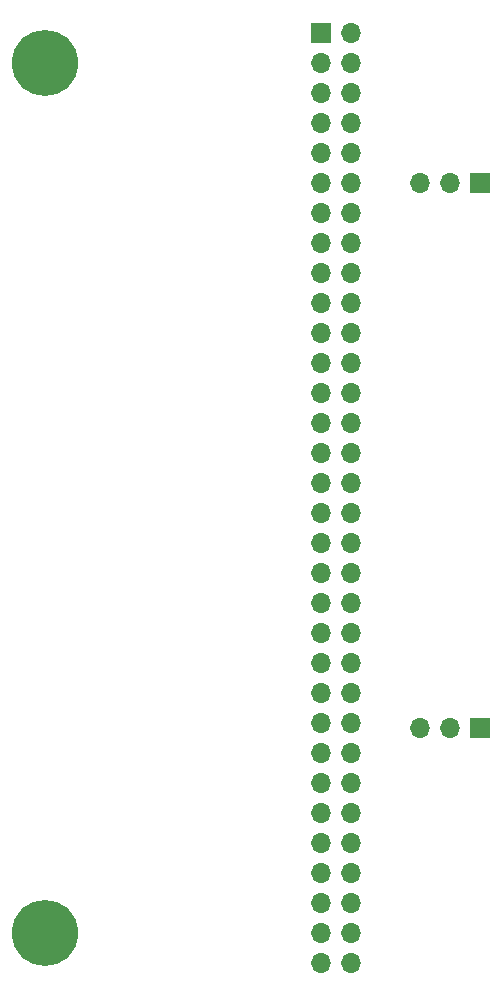
<source format=gbr>
%TF.GenerationSoftware,KiCad,Pcbnew,6.0.7*%
%TF.CreationDate,2022-09-07T07:32:48+02:00*%
%TF.ProjectId,srambrd,7372616d-6272-4642-9e6b-696361645f70,rev?*%
%TF.SameCoordinates,Original*%
%TF.FileFunction,Soldermask,Bot*%
%TF.FilePolarity,Negative*%
%FSLAX46Y46*%
G04 Gerber Fmt 4.6, Leading zero omitted, Abs format (unit mm)*
G04 Created by KiCad (PCBNEW 6.0.7) date 2022-09-07 07:32:48*
%MOMM*%
%LPD*%
G01*
G04 APERTURE LIST*
%ADD10R,1.700000X1.700000*%
%ADD11O,1.700000X1.700000*%
%ADD12C,5.600000*%
G04 APERTURE END LIST*
D10*
%TO.C,J3*%
X144780000Y-74930000D03*
D11*
X142240000Y-74930000D03*
X139700000Y-74930000D03*
%TD*%
D12*
%TO.C,H1*%
X107950000Y-64770000D03*
%TD*%
D10*
%TO.C,J4*%
X144780000Y-121013269D03*
D11*
X142240000Y-121013269D03*
X139700000Y-121013269D03*
%TD*%
D12*
%TO.C,H2*%
X107950000Y-138430000D03*
%TD*%
D10*
%TO.C,J1*%
X131298000Y-62225000D03*
D11*
X133838000Y-62225000D03*
X131298000Y-64765000D03*
X133838000Y-64765000D03*
X131298000Y-67305000D03*
X133838000Y-67305000D03*
X131298000Y-69845000D03*
X133838000Y-69845000D03*
X131298000Y-72385000D03*
X133838000Y-72385000D03*
X131298000Y-74925000D03*
X133838000Y-74925000D03*
X131298000Y-77465000D03*
X133838000Y-77465000D03*
X131298000Y-80005000D03*
X133838000Y-80005000D03*
X131298000Y-82545000D03*
X133838000Y-82545000D03*
X131298000Y-85085000D03*
X133838000Y-85085000D03*
X131298000Y-87625000D03*
X133838000Y-87625000D03*
X131298000Y-90165000D03*
X133838000Y-90165000D03*
X131298000Y-92705000D03*
X133838000Y-92705000D03*
X131298000Y-95245000D03*
X133838000Y-95245000D03*
X131298000Y-97785000D03*
X133838000Y-97785000D03*
X131298000Y-100325000D03*
X133838000Y-100325000D03*
X131298000Y-102865000D03*
X133838000Y-102865000D03*
X131298000Y-105405000D03*
X133838000Y-105405000D03*
X131298000Y-107945000D03*
X133838000Y-107945000D03*
X131298000Y-110485000D03*
X133838000Y-110485000D03*
X131298000Y-113025000D03*
X133838000Y-113025000D03*
X131298000Y-115565000D03*
X133838000Y-115565000D03*
X131298000Y-118105000D03*
X133838000Y-118105000D03*
X131298000Y-120645000D03*
X133838000Y-120645000D03*
X131298000Y-123185000D03*
X133838000Y-123185000D03*
X131298000Y-125725000D03*
X133838000Y-125725000D03*
X131298000Y-128265000D03*
X133838000Y-128265000D03*
X131298000Y-130805000D03*
X133838000Y-130805000D03*
X131298000Y-133345000D03*
X133838000Y-133345000D03*
X131298000Y-135885000D03*
X133838000Y-135885000D03*
X131298000Y-138425000D03*
X133838000Y-138425000D03*
X131298000Y-140965000D03*
X133838000Y-140965000D03*
%TD*%
M02*

</source>
